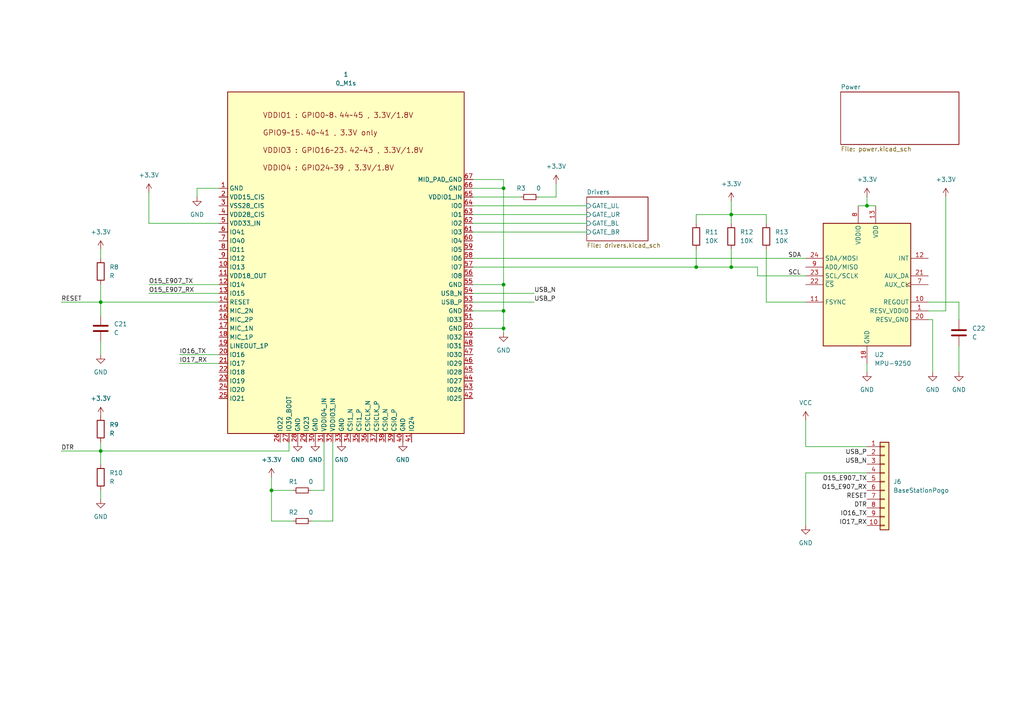
<source format=kicad_sch>
(kicad_sch (version 20230121) (generator eeschema)
  (paper "A4")
  (lib_symbols
    (symbol "Connector_Generic:Conn_01x10" (pin_names (offset 1.016) hide)
      (property "Reference" "J" (at 0 12.7 0))
      (property "Value" "Conn_01x10" (at 0 -15.24 0))
      (symbol "Conn_01x10_1_1"
        (rectangle (start -1.27 -12.573) (end 0 -12.827) (stroke (width 0.1524)))
        (rectangle (start -1.27 -10.033) (end 0 -10.287) (stroke (width 0.1524)))
        (rectangle (start -1.27 -7.493) (end 0 -7.747) (stroke (width 0.1524)))
        (rectangle (start -1.27 -4.953) (end 0 -5.207) (stroke (width 0.1524)))
        (rectangle (start -1.27 -2.413) (end 0 -2.667) (stroke (width 0.1524)))
        (rectangle (start -1.27 0.127) (end 0 -0.127) (stroke (width 0.1524)))
        (rectangle (start -1.27 2.667) (end 0 2.413) (stroke (width 0.1524)))
        (rectangle (start -1.27 5.207) (end 0 4.953) (stroke (width 0.1524)))
        (rectangle (start -1.27 7.747) (end 0 7.493) (stroke (width 0.1524)))
        (rectangle (start -1.27 10.287) (end 0 10.033) (stroke (width 0.1524)))
        (rectangle (start -1.27 11.43) (end 1.27 -13.97) (stroke (width 0.254)) (fill (type background)))
        (pin passive line (at -5.08 10.16 0) (length 3.81) (name "Pin_1") (number "1"))
        (pin passive line (at -5.08 -12.7 0) (length 3.81) (name "Pin_10") (number "10"))
        (pin passive line (at -5.08 7.62 0) (length 3.81) (name "Pin_2") (number "2"))
        (pin passive line (at -5.08 5.08 0) (length 3.81) (name "Pin_3") (number "3"))
        (pin passive line (at -5.08 2.54 0) (length 3.81) (name "Pin_4") (number "4"))
        (pin passive line (at -5.08 0 0) (length 3.81) (name "Pin_5") (number "5"))
        (pin passive line (at -5.08 -2.54 0) (length 3.81) (name "Pin_6") (number "6"))
        (pin passive line (at -5.08 -5.08 0) (length 3.81) (name "Pin_7") (number "7"))
        (pin passive line (at -5.08 -7.62 0) (length 3.81) (name "Pin_8") (number "8"))
        (pin passive line (at -5.08 -10.16 0) (length 3.81) (name "Pin_9") (number "9"))
      )
    )
    (symbol "Device:C" (pin_numbers hide) (pin_names (offset 0.254))
      (property "Reference" "C" (at 0.635 2.54 0))
      (property "Value" "C" (at 0.635 -2.54 0))
      (symbol "C_0_1"
        (polyline (pts (xy -2.032 -0.762) (xy 2.032 -0.762)) (stroke (width 0.508)))
        (polyline (pts (xy -2.032 0.762) (xy 2.032 0.762)) (stroke (width 0.508)))
      )
      (symbol "C_1_1"
        (pin passive line (at 0 3.81 270) (length 2.794) (name "~") (number "1"))
        (pin passive line (at 0 -3.81 90) (length 2.794) (name "~") (number "2"))
      )
    )
    (symbol "Device:R" (pin_numbers hide) (pin_names (offset 0))
      (property "Reference" "R" (at 2.032 0 90))
      (property "Value" "R" (at 0 0 90))
      (symbol "R_0_1"
        (rectangle (start -1.016 -2.54) (end 1.016 2.54) (stroke (width 0.254)))
      )
      (symbol "R_1_1"
        (pin passive line (at 0 3.81 270) (length 1.27) (name "~") (number "1"))
        (pin passive line (at 0 -3.81 90) (length 1.27) (name "~") (number "2"))
      )
    )
    (symbol "Device:R_Small" (pin_numbers hide) (pin_names (offset 0.254) hide)
      (property "Reference" "R" (at 0.762 0.508 0))
      (property "Value" "R_Small" (at 0.762 -1.016 0))
      (symbol "R_Small_0_1"
        (rectangle (start -0.762 1.778) (end 0.762 -1.778) (stroke (width 0.2032)))
      )
      (symbol "R_Small_1_1"
        (pin passive line (at 0 2.54 270) (length 0.762) (name "~") (number "1"))
        (pin passive line (at 0 -2.54 90) (length 0.762) (name "~") (number "2"))
      )
    )
    (symbol "KICAD-altium-import:0_M1s"
      (property "Value" "0_M1s" (at 0 0 0))
      (symbol "0_M1s_1_0"
        (rectangle (start 45.72 109.22) (end -22.86 10.16) (stroke (width 0.254)) (fill (type background)))
        (text "GPIO9~15、40~41 , 3.3V only" (at -12.7 96.52 0) (effects (font (size 1.524 1.524)) (justify left bottom)))
        (text "VDDIO1 : GPIO0~8、44~45 , 3.3V/1.8V" (at -12.7 101.6 0) (effects (font (size 1.524 1.524)) (justify left bottom)))
        (text "VDDIO3 : GPIO16~23、42~43 , 3.3V/1.8V" (at -12.7 91.44 0) (effects (font (size 1.524 1.524)) (justify left bottom)))
        (text "VDDIO4 : GPIO24~39 , 3.3V/1.8V" (at -12.7 86.36 0) (effects (font (size 1.524 1.524)) (justify left bottom)))
        (pin passive line (at -25.4 81.28 0) (length 2.54) (name "GND") (number "1"))
        (pin passive line (at -25.4 58.42 0) (length 2.54) (name "IO13") (number "10"))
        (pin passive line (at -25.4 55.88 0) (length 2.54) (name "VDD18_OUT") (number "11"))
        (pin passive line (at -25.4 53.34 0) (length 2.54) (name "IO14") (number "12"))
        (pin passive line (at -25.4 50.8 0) (length 2.54) (name "IO15") (number "13"))
        (pin passive line (at -25.4 48.26 0) (length 2.54) (name "RESET") (number "14"))
        (pin passive line (at -25.4 45.72 0) (length 2.54) (name "MIC_2N") (number "15"))
        (pin passive line (at -25.4 43.18 0) (length 2.54) (name "MIC_2P") (number "16"))
        (pin passive line (at -25.4 40.64 0) (length 2.54) (name "MIC_1N") (number "17"))
        (pin passive line (at -25.4 38.1 0) (length 2.54) (name "MIC_1P") (number "18"))
        (pin passive line (at -25.4 35.56 0) (length 2.54) (name "LINEOUT_1P") (number "19"))
        (pin passive line (at -25.4 78.74 0) (length 2.54) (name "VDD15_CIS") (number "2"))
        (pin passive line (at -25.4 33.02 0) (length 2.54) (name "IO16") (number "20"))
        (pin passive line (at -25.4 30.48 0) (length 2.54) (name "IO17") (number "21"))
        (pin passive line (at -25.4 27.94 0) (length 2.54) (name "IO18") (number "22"))
        (pin passive line (at -25.4 25.4 0) (length 2.54) (name "IO19") (number "23"))
        (pin passive line (at -25.4 22.86 0) (length 2.54) (name "IO20") (number "24"))
        (pin passive line (at -25.4 20.32 0) (length 2.54) (name "IO21") (number "25"))
        (pin passive line (at -7.62 7.62 90) (length 2.54) (name "IO22") (number "26"))
        (pin passive line (at -5.08 7.62 90) (length 2.54) (name "IO39_BOOT") (number "27"))
        (pin passive line (at -2.54 7.62 90) (length 2.54) (name "GND") (number "28"))
        (pin passive line (at 0 7.62 90) (length 2.54) (name "IO23") (number "29"))
        (pin passive line (at -25.4 76.2 0) (length 2.54) (name "VSS28_CIS") (number "3"))
        (pin passive line (at 2.54 7.62 90) (length 2.54) (name "GND") (number "30"))
        (pin passive line (at 5.08 7.62 90) (length 2.54) (name "VDDIO4_IN") (number "31"))
        (pin passive line (at 7.62 7.62 90) (length 2.54) (name "VDDIO3_IN") (number "32"))
        (pin passive line (at 10.16 7.62 90) (length 2.54) (name "GND") (number "33"))
        (pin passive line (at 12.7 7.62 90) (length 2.54) (name "CSI1_N") (number "34"))
        (pin passive line (at 15.24 7.62 90) (length 2.54) (name "CSI1_P") (number "35"))
        (pin passive line (at 17.78 7.62 90) (length 2.54) (name "CSICLK_N") (number "36"))
        (pin passive line (at 20.32 7.62 90) (length 2.54) (name "CSICLK_P") (number "37"))
        (pin passive line (at 22.86 7.62 90) (length 2.54) (name "CSI0_N") (number "38"))
        (pin passive line (at 25.4 7.62 90) (length 2.54) (name "CSI0_P") (number "39"))
        (pin passive line (at -25.4 73.66 0) (length 2.54) (name "VDD28_CIS") (number "4"))
        (pin passive line (at 27.94 7.62 90) (length 2.54) (name "GND") (number "40"))
        (pin passive line (at 30.48 7.62 90) (length 2.54) (name "IO24") (number "41"))
        (pin passive line (at 48.26 20.32 180) (length 2.54) (name "IO25") (number "42"))
        (pin passive line (at 48.26 22.86 180) (length 2.54) (name "IO26") (number "43"))
        (pin passive line (at 48.26 25.4 180) (length 2.54) (name "IO27") (number "44"))
        (pin passive line (at 48.26 27.94 180) (length 2.54) (name "IO28") (number "45"))
        (pin passive line (at 48.26 30.48 180) (length 2.54) (name "IO29") (number "46"))
        (pin passive line (at 48.26 33.02 180) (length 2.54) (name "IO30") (number "47"))
        (pin passive line (at 48.26 35.56 180) (length 2.54) (name "IO31") (number "48"))
        (pin passive line (at 48.26 38.1 180) (length 2.54) (name "IO32") (number "49"))
        (pin passive line (at -25.4 71.12 0) (length 2.54) (name "VDD33_IN") (number "5"))
        (pin passive line (at 48.26 40.64 180) (length 2.54) (name "GND") (number "50"))
        (pin passive line (at 48.26 43.18 180) (length 2.54) (name "IO33") (number "51"))
        (pin passive line (at 48.26 45.72 180) (length 2.54) (name "GND") (number "52"))
        (pin passive line (at 48.26 48.26 180) (length 2.54) (name "USB_P") (number "53"))
        (pin passive line (at 48.26 50.8 180) (length 2.54) (name "USB_N") (number "54"))
        (pin passive line (at 48.26 53.34 180) (length 2.54) (name "GND") (number "55"))
        (pin passive line (at 48.26 55.88 180) (length 2.54) (name "IO8") (number "56"))
        (pin passive line (at 48.26 58.42 180) (length 2.54) (name "IO7") (number "57"))
        (pin passive line (at 48.26 60.96 180) (length 2.54) (name "IO6") (number "58"))
        (pin passive line (at 48.26 63.5 180) (length 2.54) (name "IO5") (number "59"))
        (pin passive line (at -25.4 68.58 0) (length 2.54) (name "IO41") (number "6"))
        (pin passive line (at 48.26 66.04 180) (length 2.54) (name "IO4") (number "60"))
        (pin passive line (at 48.26 68.58 180) (length 2.54) (name "IO3") (number "61"))
        (pin passive line (at 48.26 71.12 180) (length 2.54) (name "IO2") (number "62"))
        (pin passive line (at 48.26 73.66 180) (length 2.54) (name "IO1") (number "63"))
        (pin passive line (at 48.26 76.2 180) (length 2.54) (name "IO0") (number "64"))
        (pin passive line (at 48.26 78.74 180) (length 2.54) (name "VDDIO1_IN") (number "65"))
        (pin passive line (at 48.26 81.28 180) (length 2.54) (name "GND") (number "66"))
        (pin passive line (at 48.26 83.82 180) (length 2.54) (name "MID_PAD_GND") (number "67"))
        (pin passive line (at -25.4 66.04 0) (length 2.54) (name "IO40") (number "7"))
        (pin passive line (at -25.4 63.5 0) (length 2.54) (name "IO11") (number "8"))
        (pin passive line (at -25.4 60.96 0) (length 2.54) (name "IO12") (number "9"))
      )
    )
    (symbol "Sensor_Motion:MPU-9250"
      (property "Reference" "U" (at -11.43 19.05 0))
      (property "Value" "MPU-9250" (at 7.62 -19.05 0))
      (symbol "MPU-9250_0_1"
        (rectangle (start -12.7 17.78) (end 12.7 -17.78) (stroke (width 0.254)) (fill (type background)))
      )
      (symbol "MPU-9250_1_1"
        (pin input line (at 17.78 -7.62 180) (length 5.08) (name "RESV_VDDIO") (number "1"))
        (pin passive line (at 17.78 -5.08 180) (length 5.08) (name "REGOUT") (number "10"))
        (pin input line (at -17.78 -5.08 0) (length 5.08) (name "FSYNC") (number "11"))
        (pin output line (at 17.78 7.62 180) (length 5.08) (name "INT") (number "12"))
        (pin power_in line (at 2.54 22.86 270) (length 5.08) (name "VDD") (number "13"))
        (pin power_in line (at 0 -22.86 90) (length 5.08) (name "GND") (number "18"))
        (pin power_in line (at 17.78 -10.16 180) (length 5.08) (name "RESV_GND") (number "20"))
        (pin bidirectional line (at 17.78 2.54 180) (length 5.08) (name "AUX_DA") (number "21"))
        (pin input line (at -17.78 0 0) (length 5.08) (name "~{CS}") (number "22"))
        (pin input line (at -17.78 2.54 0) (length 5.08) (name "SCL/SCLK") (number "23"))
        (pin bidirectional line (at -17.78 7.62 0) (length 5.08) (name "SDA/MOSI") (number "24"))
        (pin output clock (at 17.78 0 180) (length 5.08) (name "AUX_CL") (number "7"))
        (pin power_in line (at -2.54 22.86 270) (length 5.08) (name "VDDIO") (number "8"))
        (pin bidirectional line (at -17.78 5.08 0) (length 5.08) (name "AD0/MISO") (number "9"))
      )
    )
    (symbol "power:+3.3V" (power) (pin_names (offset 0))
      (property "Value" "+3.3V" (at 0 3.556 0))
      (symbol "+3.3V_0_1"
        (polyline (pts (xy -0.762 1.27) (xy 0 2.54)))
        (polyline (pts (xy 0 0) (xy 0 2.54)))
        (polyline (pts (xy 0 2.54) (xy 0.762 1.27)))
      )
      (symbol "+3.3V_1_1"
        (pin power_in line (at 0 0 90) (length 0) hide (name "+3.3V") (number "1"))
      )
    )
    (symbol "power:GND" (power) (pin_names (offset 0))
      (property "Value" "GND" (at 0 -3.81 0))
      (symbol "GND_0_1"
        (polyline (pts (xy 0 0) (xy 0 -1.27) (xy 1.27 -1.27) (xy 0 -2.54) (xy -1.27 -1.27) (xy 0 -1.27)))
      )
      (symbol "GND_1_1"
        (pin power_in line (at 0 0 270) (length 0) hide (name "GND") (number "1"))
      )
    )
    (symbol "power:VCC" (power) (pin_names (offset 0))
      (property "Value" "VCC" (at 0 3.81 0))
      (symbol "VCC_0_1"
        (polyline (pts (xy -0.762 1.27) (xy 0 2.54)))
        (polyline (pts (xy 0 0) (xy 0 2.54)))
        (polyline (pts (xy 0 2.54) (xy 0.762 1.27)))
      )
      (symbol "VCC_1_1"
        (pin power_in line (at 0 0 90) (length 0) hide (name "VCC") (number "1"))
      )
    )
  )
  (junction (at 29.21 130.81))
  (junction (at 212.09 77.47))
  (junction (at 251.46 59.69))
  (junction (at 212.09 62.23))
  (junction (at 146.05 54.61))
  (junction (at 78.74 142.24))
  (junction (at 201.93 77.47))
  (junction (at 146.05 82.55))
  (junction (at 29.21 87.63))
  (junction (at 146.05 90.17))
  (junction (at 146.05 95.25))
  (wire (pts (xy 137.16 59.69) (xy 170.18 59.69)))
  (wire (pts (xy 233.68 80.01) (xy 219.71 80.01)))
  (wire (pts (xy 270.51 92.71) (xy 270.51 107.95)))
  (wire (pts (xy 201.93 72.39) (xy 201.93 77.47)))
  (wire (pts (xy 201.93 64.77) (xy 201.93 62.23)))
  (wire (pts (xy 251.46 137.16) (xy 233.68 137.16)))
  (wire (pts (xy 17.78 87.63) (xy 29.21 87.63)))
  (wire (pts (xy 52.07 105.41) (xy 63.5 105.41)))
  (wire (pts (xy 212.09 72.39) (xy 212.09 77.47)))
  (wire (pts (xy 278.13 100.33) (xy 278.13 107.95)))
  (wire (pts (xy 90.17 142.24) (xy 93.98 142.24)))
  (wire (pts (xy 93.98 142.24) (xy 93.98 128.27)))
  (wire (pts (xy 57.15 54.61) (xy 57.15 57.15)))
  (wire (pts (xy 29.21 91.44) (xy 29.21 87.63)))
  (wire (pts (xy 29.21 128.27) (xy 29.21 130.81)))
  (wire (pts (xy 96.52 151.13) (xy 96.52 128.27)))
  (wire (pts (xy 29.21 82.55) (xy 29.21 87.63)))
  (wire (pts (xy 137.16 85.09) (xy 154.94 85.09)))
  (wire (pts (xy 43.18 55.88) (xy 43.18 64.77)))
  (wire (pts (xy 212.09 62.23) (xy 222.25 62.23)))
  (wire (pts (xy 212.09 62.23) (xy 212.09 64.77)))
  (wire (pts (xy 29.21 142.24) (xy 29.21 144.78)))
  (wire (pts (xy 219.71 80.01) (xy 219.71 77.47)))
  (wire (pts (xy 156.21 57.15) (xy 161.29 57.15)))
  (wire (pts (xy 63.5 64.77) (xy 43.18 64.77)))
  (wire (pts (xy 212.09 58.42) (xy 212.09 62.23)))
  (wire (pts (xy 29.21 130.81) (xy 29.21 134.62)))
  (wire (pts (xy 137.16 67.31) (xy 170.18 67.31)))
  (wire (pts (xy 137.16 64.77) (xy 170.18 64.77)))
  (wire (pts (xy 269.24 90.17) (xy 274.32 90.17)))
  (wire (pts (xy 146.05 82.55) (xy 146.05 90.17)))
  (wire (pts (xy 233.68 121.92) (xy 233.68 129.54)))
  (wire (pts (xy 90.17 151.13) (xy 96.52 151.13)))
  (wire (pts (xy 43.18 82.55) (xy 63.5 82.55)))
  (wire (pts (xy 146.05 52.07) (xy 146.05 54.61)))
  (wire (pts (xy 161.29 53.34) (xy 161.29 57.15)))
  (wire (pts (xy 85.09 142.24) (xy 78.74 142.24)))
  (wire (pts (xy 212.09 77.47) (xy 219.71 77.47)))
  (wire (pts (xy 137.16 57.15) (xy 151.13 57.15)))
  (wire (pts (xy 248.92 59.69) (xy 251.46 59.69)))
  (wire (pts (xy 137.16 82.55) (xy 146.05 82.55)))
  (wire (pts (xy 137.16 95.25) (xy 146.05 95.25)))
  (wire (pts (xy 251.46 107.95) (xy 251.46 105.41)))
  (wire (pts (xy 233.68 137.16) (xy 233.68 152.4)))
  (wire (pts (xy 137.16 52.07) (xy 146.05 52.07)))
  (wire (pts (xy 137.16 87.63) (xy 154.94 87.63)))
  (wire (pts (xy 78.74 138.43) (xy 78.74 142.24)))
  (wire (pts (xy 222.25 64.77) (xy 222.25 62.23)))
  (wire (pts (xy 251.46 59.69) (xy 254 59.69)))
  (wire (pts (xy 222.25 72.39) (xy 222.25 87.63)))
  (wire (pts (xy 146.05 90.17) (xy 146.05 95.25)))
  (wire (pts (xy 137.16 77.47) (xy 201.93 77.47)))
  (wire (pts (xy 29.21 87.63) (xy 63.5 87.63)))
  (wire (pts (xy 83.82 130.81) (xy 83.82 128.27)))
  (wire (pts (xy 274.32 57.15) (xy 274.32 90.17)))
  (wire (pts (xy 29.21 72.39) (xy 29.21 74.93)))
  (wire (pts (xy 233.68 87.63) (xy 222.25 87.63)))
  (wire (pts (xy 201.93 77.47) (xy 212.09 77.47)))
  (wire (pts (xy 137.16 54.61) (xy 146.05 54.61)))
  (wire (pts (xy 63.5 54.61) (xy 57.15 54.61)))
  (wire (pts (xy 17.78 130.81) (xy 29.21 130.81)))
  (wire (pts (xy 251.46 129.54) (xy 233.68 129.54)))
  (wire (pts (xy 146.05 54.61) (xy 146.05 82.55)))
  (wire (pts (xy 269.24 87.63) (xy 278.13 87.63)))
  (wire (pts (xy 137.16 90.17) (xy 146.05 90.17)))
  (wire (pts (xy 278.13 87.63) (xy 278.13 92.71)))
  (wire (pts (xy 29.21 130.81) (xy 83.82 130.81)))
  (wire (pts (xy 52.07 102.87) (xy 63.5 102.87)))
  (wire (pts (xy 78.74 151.13) (xy 78.74 142.24)))
  (wire (pts (xy 137.16 62.23) (xy 170.18 62.23)))
  (wire (pts (xy 269.24 92.71) (xy 270.51 92.71)))
  (wire (pts (xy 201.93 62.23) (xy 212.09 62.23)))
  (wire (pts (xy 85.09 151.13) (xy 78.74 151.13)))
  (wire (pts (xy 29.21 99.06) (xy 29.21 102.87)))
  (wire (pts (xy 251.46 57.15) (xy 251.46 59.69)))
  (wire (pts (xy 43.18 85.09) (xy 63.5 85.09)))
  (wire (pts (xy 137.16 74.93) (xy 233.68 74.93)))
  (wire (pts (xy 146.05 95.25) (xy 146.05 96.52)))
  (label "USB_P" (at 251.46 132.08 180))
  (label "USB_P" (at 154.94 87.63 0))
  (label "IO17_RX" (at 251.46 152.4 180))
  (label "USB_N" (at 251.46 134.62 180))
  (label "IO16_TX" (at 251.46 149.86 180))
  (label "USB_N" (at 154.94 85.09 0))
  (label "RESET" (at 17.78 87.63 0))
  (label "O15_E907_RX" (at 251.46 142.24 180))
  (label "DTR" (at 251.46 147.32 180))
  (label "DTR" (at 17.78 130.81 0))
  (label "RESET" (at 251.46 144.78 180))
  (label "O15_E907_TX" (at 43.18 82.55 0))
  (label "O15_E907_TX" (at 251.46 139.7 180))
  (label "SDA" (at 228.6 74.93 0))
  (label "SCL" (at 228.6 80.01 0))
  (label "IO17_RX" (at 52.07 105.41 0))
  (label "O15_E907_RX" (at 43.18 85.09 0))
  (label "IO16_TX" (at 52.07 102.87 0))
  (symbol (lib_id "Connector_Generic:Conn_01x10") (at 256.54 139.7 0) (unit 1)
    (property "Reference" "J6" (at 259.08 139.7 0) (effects (justify left)))
    (property "Value" "BaseStationPogo" (at 259.08 142.24 0) (effects (justify left)))
  )
  (symbol (lib_id "power:GND") (at 251.46 107.95 0) (unit 1)
    (property "Reference" "#PWR038" (effects hide))
    (property "Value" "GND" (at 251.46 113.03 0))
  )
  (symbol (lib_id "Device:R") (at 29.21 138.43 0) (unit 1)
    (property "Reference" "R10" (at 31.75 137.16 0) (effects (justify left)))
    (property "Value" "R" (at 31.75 139.7 0) (effects (justify left)))
  )
  (symbol (lib_id "Device:R") (at 212.09 68.58 0) (unit 1)
    (property "Reference" "R12" (at 214.63 67.31 0) (effects (justify left)))
    (property "Value" "10K" (at 214.63 69.85 0) (effects (justify left)))
  )
  (symbol (lib_id "Sensor_Motion:MPU-9250") (at 251.46 82.55 0) (unit 1)
    (property "Reference" "U2" (at 253.6541 102.87 0) (effects (justify left)))
    (property "Value" "MPU-9250" (at 253.6541 105.41 0) (effects (justify left)))
    (property "Footprint" "Sensor_Motion:InvenSense_QFN-24_3x3mm_P0.4mm" (effects hide))
    (property "Datasheet" "https://invensense.tdk.com/wp-content/uploads/2015/02/PS-MPU-9250A-01-v1.1.pdf" (effects hide))
  )
  (symbol (lib_id "power:GND") (at 116.84 128.27 0) (unit 1)
    (property "Reference" "#PWR04" (effects hide))
    (property "Value" "GND" (at 116.84 133.35 0))
  )
  (symbol (lib_id "power:GND") (at 270.51 107.95 0) (unit 1)
    (property "Reference" "#PWR042" (effects hide))
    (property "Value" "GND" (at 270.51 113.03 0))
  )
  (symbol (lib_id "Device:R") (at 222.25 68.58 0) (unit 1)
    (property "Reference" "R13" (at 224.79 67.31 0) (effects (justify left)))
    (property "Value" "10K" (at 224.79 69.85 0) (effects (justify left)))
  )
  (symbol (lib_id "power:+3.3V") (at 161.29 53.34 0) (unit 1)
    (property "Reference" "#PWR09" (effects hide))
    (property "Value" "+3.3V" (at 161.29 48.26 0))
  )
  (symbol (lib_id "Device:C") (at 278.13 96.52 0) (unit 1)
    (property "Reference" "C22" (at 281.94 95.25 0) (effects (justify left)))
    (property "Value" "C" (at 281.94 97.79 0) (effects (justify left)))
  )
  (symbol (lib_id "power:+3.3V") (at 78.74 138.43 0) (unit 1)
    (property "Reference" "#PWR08" (effects hide))
    (property "Value" "+3.3V" (at 78.74 133.35 0))
  )
  (symbol (lib_id "power:GND") (at 146.05 96.52 0) (unit 1)
    (property "Reference" "#PWR05" (effects hide))
    (property "Value" "GND" (at 146.05 101.6 0))
  )
  (symbol (lib_id "power:+3.3V") (at 43.18 55.88 0) (unit 1)
    (property "Reference" "#PWR07" (effects hide))
    (property "Value" "+3.3V" (at 43.18 50.8 0))
  )
  (symbol (lib_id "Device:R") (at 29.21 78.74 0) (unit 1)
    (property "Reference" "R8" (at 31.75 77.47 0) (effects (justify left)))
    (property "Value" "R" (at 31.75 80.01 0) (effects (justify left)))
  )
  (symbol (lib_id "power:VCC") (at 233.68 121.92 0) (unit 1)
    (property "Reference" "#PWR033" (effects hide))
    (property "Value" "VCC" (at 233.68 116.84 0))
  )
  (symbol (lib_id "KICAD-altium-import:0_M1s") (at 88.9 135.89 0) (unit 1)
    (property "Reference" "1" (at 100.33 21.59 0))
    (property "Value" "0_M1s" (at 100.33 24.13 0))
  )
  (symbol (lib_id "power:+3.3V") (at 29.21 120.65 0) (unit 1)
    (property "Reference" "#PWR037" (effects hide))
    (property "Value" "+3.3V" (at 29.21 115.57 0))
  )
  (symbol (lib_id "power:GND") (at 29.21 102.87 0) (unit 1)
    (property "Reference" "#PWR034" (effects hide))
    (property "Value" "GND" (at 29.21 107.95 0))
  )
  (symbol (lib_id "power:+3.3V") (at 212.09 58.42 0) (unit 1)
    (property "Reference" "#PWR040" (effects hide))
    (property "Value" "+3.3V" (at 212.09 53.34 0))
  )
  (symbol (lib_id "power:GND") (at 57.15 57.15 0) (unit 1)
    (property "Reference" "#PWR06" (effects hide))
    (property "Value" "GND" (at 57.15 62.23 0))
  )
  (symbol (lib_id "Device:R") (at 201.93 68.58 0) (unit 1)
    (property "Reference" "R11" (at 204.47 67.31 0) (effects (justify left)))
    (property "Value" "10K" (at 204.47 69.85 0) (effects (justify left)))
  )
  (symbol (lib_id "Device:R") (at 29.21 124.46 0) (unit 1)
    (property "Reference" "R9" (at 31.75 123.19 0) (effects (justify left)))
    (property "Value" "R" (at 31.75 125.73 0) (effects (justify left)))
  )
  (symbol (lib_id "power:+3.3V") (at 251.46 57.15 0) (unit 1)
    (property "Reference" "#PWR039" (effects hide))
    (property "Value" "+3.3V" (at 251.46 52.07 0))
  )
  (symbol (lib_id "power:GND") (at 278.13 107.95 0) (unit 1)
    (property "Reference" "#PWR041" (effects hide))
    (property "Value" "GND" (at 278.13 113.03 0))
  )
  (symbol (lib_id "power:GND") (at 99.06 128.27 0) (unit 1)
    (property "Reference" "#PWR03" (effects hide))
    (property "Value" "GND" (at 99.06 133.35 0))
  )
  (symbol (lib_id "Device:R_Small") (at 87.63 151.13 90) (unit 1)
    (property "Reference" "R2" (at 85.09 148.59 90))
    (property "Value" "0" (at 90.17 148.59 90))
  )
  (symbol (lib_id "power:GND") (at 91.44 128.27 0) (unit 1)
    (property "Reference" "#PWR02" (effects hide))
    (property "Value" "GND" (at 91.44 133.35 0))
  )
  (symbol (lib_id "power:+3.3V") (at 29.21 72.39 0) (unit 1)
    (property "Reference" "#PWR035" (effects hide))
    (property "Value" "+3.3V" (at 29.21 67.31 0))
  )
  (symbol (lib_id "power:GND") (at 233.68 152.4 0) (unit 1)
    (property "Reference" "#PWR032" (effects hide))
    (property "Value" "GND" (at 233.68 157.48 0))
  )
  (symbol (lib_id "power:GND") (at 29.21 144.78 0) (unit 1)
    (property "Reference" "#PWR036" (effects hide))
    (property "Value" "GND" (at 29.21 149.86 0))
  )
  (symbol (lib_id "power:+3.3V") (at 274.32 57.15 0) (unit 1)
    (property "Reference" "#PWR043" (effects hide))
    (property "Value" "+3.3V" (at 274.32 52.07 0))
  )
  (symbol (lib_id "Device:C") (at 29.21 95.25 0) (unit 1)
    (property "Reference" "C21" (at 33.02 93.98 0) (effects (justify left)))
    (property "Value" "C" (at 33.02 96.52 0) (effects (justify left)))
  )
  (symbol (lib_id "Device:R_Small") (at 87.63 142.24 90) (unit 1)
    (property "Reference" "R1" (at 85.09 139.7 90))
    (property "Value" "0" (at 90.17 139.7 90))
  )
  (symbol (lib_id "Device:R_Small") (at 153.67 57.15 270) (unit 1)
    (property "Reference" "R3" (at 151.13 54.61 90))
    (property "Value" "0" (at 156.21 54.61 90))
  )
  (symbol (lib_id "power:GND") (at 86.36 128.27 0) (unit 1)
    (property "Reference" "#PWR01" (effects hide))
    (property "Value" "GND" (at 86.36 133.35 0))
  )
  (sheet (at 243.84 26.67) (size 34.29 15.24) (stroke (width 0.1524))
    (property "Sheetname" "Power" (at 243.84 25.9584 0) (effects (justify left bottom)))
    (property "Sheetfile" "power.kicad_sch" (at 243.84 42.4946 0) (effects (justify left top)))
  )
  (sheet (at 170.18 57.15) (size 17.78 12.7) (stroke (width 0.1524))
    (property "Sheetname" "Drivers" (at 170.18 56.4384 0) (effects (justify left bottom)))
    (property "Sheetfile" "drivers.kicad_sch" (at 170.18 70.4346 0) (effects (justify left top)))
    (pin "GATE_BR" input (at 170.18 67.31 180))
    (pin "GATE_UL" input (at 170.18 59.69 180))
    (pin "GATE_BL" input (at 170.18 64.77 180))
    (pin "GATE_UR" input (at 170.18 62.23 180))
  )
)
</source>
